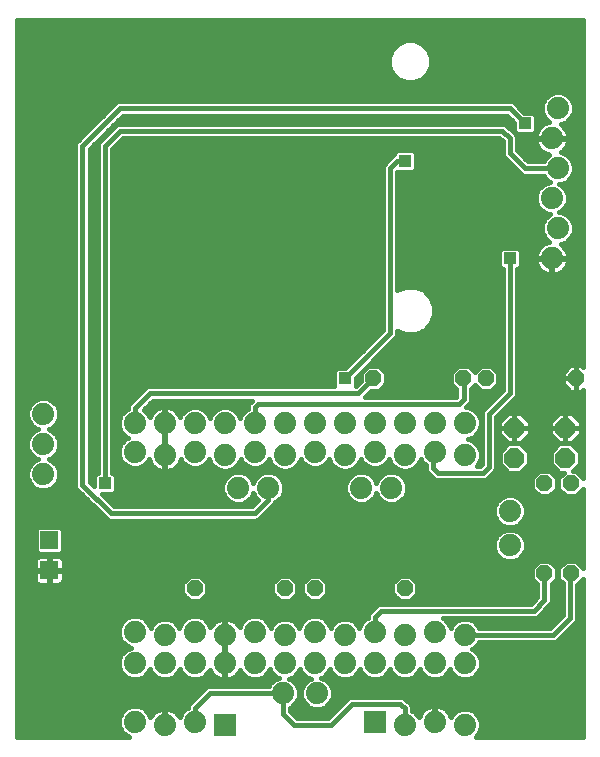
<source format=gbl>
G75*
%MOIN*%
%OFA0B0*%
%FSLAX25Y25*%
%IPPOS*%
%LPD*%
%AMOC8*
5,1,8,0,0,1.08239X$1,22.5*
%
%ADD10C,0.07400*%
%ADD11R,0.06000X0.06000*%
%ADD12OC8,0.06600*%
%ADD13R,0.07400X0.07400*%
%ADD14OC8,0.05200*%
%ADD15R,0.03962X0.03962*%
%ADD16C,0.01600*%
D10*
X0048833Y0015367D03*
X0048833Y0034867D03*
X0048833Y0045367D03*
X0058833Y0044367D03*
X0058833Y0034867D03*
X0068833Y0034867D03*
X0068833Y0045367D03*
X0078833Y0044367D03*
X0078833Y0034867D03*
X0068833Y0015367D03*
X0058833Y0014367D03*
X0088833Y0034867D03*
X0088833Y0045367D03*
X0098833Y0044367D03*
X0098833Y0034867D03*
X0098133Y0024867D03*
X0109533Y0024867D03*
X0108833Y0034867D03*
X0108833Y0045367D03*
X0118833Y0044367D03*
X0118833Y0034867D03*
X0128833Y0034867D03*
X0128833Y0045367D03*
X0138833Y0044367D03*
X0138833Y0034867D03*
X0148833Y0034867D03*
X0148833Y0045367D03*
X0158833Y0044367D03*
X0158833Y0034867D03*
X0148833Y0015367D03*
X0138833Y0014367D03*
X0158833Y0014367D03*
X0173833Y0074167D03*
X0173833Y0085567D03*
X0158833Y0104367D03*
X0158833Y0114867D03*
X0148833Y0114867D03*
X0148833Y0105367D03*
X0138833Y0104367D03*
X0138833Y0114867D03*
X0128833Y0114867D03*
X0128833Y0105367D03*
X0124333Y0093367D03*
X0118833Y0104367D03*
X0118833Y0114867D03*
X0108833Y0114867D03*
X0108833Y0105367D03*
X0098833Y0104367D03*
X0098833Y0114867D03*
X0088833Y0114867D03*
X0088833Y0105367D03*
X0093333Y0093367D03*
X0083333Y0093367D03*
X0078833Y0104367D03*
X0078833Y0114867D03*
X0068833Y0114867D03*
X0068833Y0105367D03*
X0058833Y0104367D03*
X0058833Y0114867D03*
X0048833Y0114867D03*
X0048833Y0105367D03*
X0018333Y0107867D03*
X0018333Y0117867D03*
X0018333Y0097867D03*
X0134333Y0093367D03*
X0187833Y0169867D03*
X0189833Y0179867D03*
X0187833Y0189867D03*
X0189833Y0199867D03*
X0187833Y0209867D03*
X0189833Y0219867D03*
D11*
X0020333Y0075867D03*
X0020333Y0065867D03*
D12*
X0175333Y0103367D03*
X0175333Y0113367D03*
X0192333Y0113367D03*
X0192333Y0103367D03*
D13*
X0128833Y0015367D03*
X0078833Y0014367D03*
D14*
X0068833Y0059867D03*
X0098833Y0059867D03*
X0108833Y0059867D03*
X0138833Y0059867D03*
X0128333Y0129867D03*
X0158333Y0129867D03*
X0165833Y0129867D03*
X0185333Y0094867D03*
X0194133Y0094867D03*
X0194133Y0064867D03*
X0185333Y0064867D03*
X0195833Y0129867D03*
D15*
X0173833Y0169867D03*
X0158833Y0143367D03*
X0138833Y0202367D03*
X0178833Y0214867D03*
X0118833Y0129867D03*
X0173833Y0059867D03*
X0063833Y0234867D03*
X0038833Y0094867D03*
D16*
X0009433Y0010467D02*
X0009433Y0249267D01*
X0198233Y0249267D01*
X0198233Y0133689D01*
X0197656Y0134267D01*
X0195833Y0134267D01*
X0194011Y0134267D01*
X0191433Y0131689D01*
X0191433Y0129867D01*
X0195833Y0129867D01*
X0195833Y0134267D01*
X0195833Y0129867D01*
X0195833Y0129867D01*
X0195833Y0129867D01*
X0191433Y0129867D01*
X0191433Y0128044D01*
X0194011Y0125467D01*
X0195833Y0125467D01*
X0195833Y0129867D01*
X0195833Y0129867D01*
X0195833Y0125467D01*
X0197656Y0125467D01*
X0198233Y0126044D01*
X0198233Y0096706D01*
X0195873Y0099067D01*
X0194963Y0099067D01*
X0197233Y0101337D01*
X0197233Y0105396D01*
X0194363Y0108267D01*
X0190304Y0108267D01*
X0187433Y0105396D01*
X0187433Y0101337D01*
X0190304Y0098467D01*
X0191794Y0098467D01*
X0189933Y0096606D01*
X0189933Y0093127D01*
X0192394Y0090667D01*
X0195873Y0090667D01*
X0198233Y0093027D01*
X0198233Y0066706D01*
X0195873Y0069067D01*
X0192394Y0069067D01*
X0189933Y0066606D01*
X0189933Y0063127D01*
X0191433Y0061627D01*
X0191433Y0050861D01*
X0187339Y0046767D01*
X0163576Y0046767D01*
X0163326Y0047369D01*
X0161836Y0048860D01*
X0159888Y0049667D01*
X0157779Y0049667D01*
X0155831Y0048860D01*
X0154340Y0047369D01*
X0154040Y0046645D01*
X0153326Y0048369D01*
X0151836Y0049860D01*
X0151577Y0049967D01*
X0182311Y0049967D01*
X0183193Y0050332D01*
X0183868Y0051007D01*
X0183868Y0051007D01*
X0187368Y0054507D01*
X0187733Y0055389D01*
X0187733Y0061327D01*
X0189533Y0063127D01*
X0189533Y0066606D01*
X0187073Y0069067D01*
X0183594Y0069067D01*
X0181133Y0066606D01*
X0181133Y0063127D01*
X0182933Y0061327D01*
X0182933Y0056861D01*
X0180839Y0054767D01*
X0130356Y0054767D01*
X0129474Y0054401D01*
X0127474Y0052401D01*
X0126799Y0051726D01*
X0126433Y0050844D01*
X0126433Y0050109D01*
X0125831Y0049860D01*
X0124340Y0048369D01*
X0123626Y0046645D01*
X0123326Y0047369D01*
X0121836Y0048860D01*
X0119888Y0049667D01*
X0117779Y0049667D01*
X0115831Y0048860D01*
X0114340Y0047369D01*
X0114040Y0046645D01*
X0113326Y0048369D01*
X0111836Y0049860D01*
X0109888Y0050667D01*
X0107779Y0050667D01*
X0105831Y0049860D01*
X0104340Y0048369D01*
X0103626Y0046645D01*
X0103326Y0047369D01*
X0101836Y0048860D01*
X0099888Y0049667D01*
X0097779Y0049667D01*
X0095831Y0048860D01*
X0094340Y0047369D01*
X0094040Y0046645D01*
X0093326Y0048369D01*
X0091836Y0049860D01*
X0089888Y0050667D01*
X0087779Y0050667D01*
X0085831Y0049860D01*
X0084340Y0048369D01*
X0083724Y0046882D01*
X0083537Y0047249D01*
X0083028Y0047950D01*
X0082416Y0048562D01*
X0081716Y0049071D01*
X0080945Y0049464D01*
X0080121Y0049731D01*
X0079266Y0049867D01*
X0079033Y0049867D01*
X0079033Y0044567D01*
X0078633Y0044567D01*
X0078633Y0049867D01*
X0078400Y0049867D01*
X0077545Y0049731D01*
X0076722Y0049464D01*
X0075951Y0049071D01*
X0075250Y0048562D01*
X0074638Y0047950D01*
X0074129Y0047249D01*
X0073942Y0046882D01*
X0073326Y0048369D01*
X0071836Y0049860D01*
X0069888Y0050667D01*
X0067779Y0050667D01*
X0065831Y0049860D01*
X0064340Y0048369D01*
X0063626Y0046645D01*
X0063326Y0047369D01*
X0061836Y0048860D01*
X0059888Y0049667D01*
X0057779Y0049667D01*
X0055831Y0048860D01*
X0054340Y0047369D01*
X0054040Y0046645D01*
X0053326Y0048369D01*
X0051836Y0049860D01*
X0049888Y0050667D01*
X0047779Y0050667D01*
X0045831Y0049860D01*
X0044340Y0048369D01*
X0043533Y0046421D01*
X0043533Y0044312D01*
X0044340Y0042364D01*
X0045831Y0040874D01*
X0047658Y0040117D01*
X0045831Y0039360D01*
X0044340Y0037869D01*
X0043533Y0035921D01*
X0043533Y0033812D01*
X0044340Y0031864D01*
X0045831Y0030374D01*
X0047779Y0029567D01*
X0049888Y0029567D01*
X0051836Y0030374D01*
X0053326Y0031864D01*
X0053833Y0033088D01*
X0054340Y0031864D01*
X0055831Y0030374D01*
X0057779Y0029567D01*
X0059888Y0029567D01*
X0061836Y0030374D01*
X0063326Y0031864D01*
X0063833Y0033088D01*
X0064340Y0031864D01*
X0065831Y0030374D01*
X0067779Y0029567D01*
X0069888Y0029567D01*
X0071836Y0030374D01*
X0073326Y0031864D01*
X0073718Y0032811D01*
X0073736Y0032755D01*
X0074129Y0031984D01*
X0074638Y0031284D01*
X0075250Y0030671D01*
X0075951Y0030163D01*
X0076722Y0029770D01*
X0077545Y0029502D01*
X0078400Y0029367D01*
X0078633Y0029367D01*
X0078633Y0034667D01*
X0079033Y0034667D01*
X0079033Y0029367D01*
X0079266Y0029367D01*
X0080121Y0029502D01*
X0080945Y0029770D01*
X0081716Y0030163D01*
X0082416Y0030671D01*
X0083028Y0031284D01*
X0083537Y0031984D01*
X0083930Y0032755D01*
X0083948Y0032811D01*
X0084340Y0031864D01*
X0085831Y0030374D01*
X0087779Y0029567D01*
X0089888Y0029567D01*
X0091836Y0030374D01*
X0093326Y0031864D01*
X0093833Y0033088D01*
X0094340Y0031864D01*
X0095831Y0030374D01*
X0096705Y0030012D01*
X0095131Y0029360D01*
X0093640Y0027869D01*
X0093391Y0027267D01*
X0073356Y0027267D01*
X0072474Y0026901D01*
X0071799Y0026226D01*
X0066799Y0021226D01*
X0066433Y0020344D01*
X0066433Y0020109D01*
X0065831Y0019860D01*
X0064340Y0018369D01*
X0063724Y0016882D01*
X0063537Y0017249D01*
X0063028Y0017950D01*
X0062416Y0018562D01*
X0061716Y0019071D01*
X0060945Y0019464D01*
X0060121Y0019731D01*
X0059266Y0019867D01*
X0059033Y0019867D01*
X0059033Y0014567D01*
X0058633Y0014567D01*
X0058633Y0019867D01*
X0058400Y0019867D01*
X0057545Y0019731D01*
X0056722Y0019464D01*
X0055951Y0019071D01*
X0055250Y0018562D01*
X0054638Y0017950D01*
X0054129Y0017249D01*
X0053942Y0016882D01*
X0053326Y0018369D01*
X0051836Y0019860D01*
X0049888Y0020667D01*
X0047779Y0020667D01*
X0045831Y0019860D01*
X0044340Y0018369D01*
X0043533Y0016421D01*
X0043533Y0014312D01*
X0044340Y0012364D01*
X0045831Y0010874D01*
X0046813Y0010467D01*
X0009433Y0010467D01*
X0009433Y0011261D02*
X0045444Y0011261D01*
X0044135Y0012859D02*
X0009433Y0012859D01*
X0009433Y0014458D02*
X0043533Y0014458D01*
X0043533Y0016056D02*
X0009433Y0016056D01*
X0009433Y0017655D02*
X0044044Y0017655D01*
X0045225Y0019253D02*
X0009433Y0019253D01*
X0009433Y0020852D02*
X0066644Y0020852D01*
X0068023Y0022450D02*
X0009433Y0022450D01*
X0009433Y0024049D02*
X0069621Y0024049D01*
X0071220Y0025647D02*
X0009433Y0025647D01*
X0009433Y0027246D02*
X0073306Y0027246D01*
X0073833Y0024867D02*
X0098133Y0024867D01*
X0098133Y0018067D01*
X0101833Y0014367D01*
X0114333Y0014367D01*
X0121333Y0021367D01*
X0137333Y0021367D01*
X0138833Y0019867D01*
X0138833Y0014367D01*
X0141233Y0019109D02*
X0141233Y0020344D01*
X0140868Y0021226D01*
X0140193Y0021901D01*
X0138693Y0023401D01*
X0137811Y0023767D01*
X0120856Y0023767D01*
X0119974Y0023401D01*
X0119299Y0022726D01*
X0113339Y0016767D01*
X0102827Y0016767D01*
X0100533Y0019061D01*
X0100533Y0020124D01*
X0101136Y0020374D01*
X0102626Y0021864D01*
X0103433Y0023812D01*
X0103433Y0025921D01*
X0102626Y0027869D01*
X0101136Y0029360D01*
X0100262Y0029722D01*
X0101836Y0030374D01*
X0103326Y0031864D01*
X0103833Y0033088D01*
X0104340Y0031864D01*
X0105831Y0030374D01*
X0107405Y0029722D01*
X0106531Y0029360D01*
X0105040Y0027869D01*
X0104233Y0025921D01*
X0104233Y0023812D01*
X0105040Y0021864D01*
X0106531Y0020374D01*
X0108479Y0019567D01*
X0110588Y0019567D01*
X0112536Y0020374D01*
X0114026Y0021864D01*
X0114833Y0023812D01*
X0114833Y0025921D01*
X0114026Y0027869D01*
X0112536Y0029360D01*
X0110962Y0030012D01*
X0111836Y0030374D01*
X0113326Y0031864D01*
X0113833Y0033088D01*
X0114340Y0031864D01*
X0115831Y0030374D01*
X0117779Y0029567D01*
X0119888Y0029567D01*
X0121836Y0030374D01*
X0123326Y0031864D01*
X0123833Y0033088D01*
X0124340Y0031864D01*
X0125831Y0030374D01*
X0127779Y0029567D01*
X0129888Y0029567D01*
X0131836Y0030374D01*
X0133326Y0031864D01*
X0133833Y0033088D01*
X0134340Y0031864D01*
X0135831Y0030374D01*
X0137779Y0029567D01*
X0139888Y0029567D01*
X0141836Y0030374D01*
X0143326Y0031864D01*
X0143833Y0033088D01*
X0144340Y0031864D01*
X0145831Y0030374D01*
X0147779Y0029567D01*
X0149888Y0029567D01*
X0151836Y0030374D01*
X0153326Y0031864D01*
X0153833Y0033088D01*
X0154340Y0031864D01*
X0155831Y0030374D01*
X0157779Y0029567D01*
X0159888Y0029567D01*
X0161836Y0030374D01*
X0163326Y0031864D01*
X0164133Y0033812D01*
X0164133Y0035921D01*
X0163326Y0037869D01*
X0161836Y0039360D01*
X0161215Y0039617D01*
X0161836Y0039874D01*
X0163326Y0041364D01*
X0163576Y0041967D01*
X0188811Y0041967D01*
X0189693Y0042332D01*
X0195193Y0047832D01*
X0195868Y0048507D01*
X0196233Y0049389D01*
X0196233Y0061027D01*
X0198233Y0063027D01*
X0198233Y0010467D01*
X0162429Y0010467D01*
X0163326Y0011364D01*
X0164133Y0013312D01*
X0164133Y0015421D01*
X0163326Y0017369D01*
X0161836Y0018860D01*
X0159888Y0019667D01*
X0157779Y0019667D01*
X0155831Y0018860D01*
X0154340Y0017369D01*
X0154130Y0016862D01*
X0153930Y0017478D01*
X0153537Y0018249D01*
X0153028Y0018950D01*
X0152416Y0019562D01*
X0151716Y0020071D01*
X0150945Y0020464D01*
X0150121Y0020731D01*
X0149266Y0020867D01*
X0149033Y0020867D01*
X0149033Y0015567D01*
X0148633Y0015567D01*
X0148633Y0020867D01*
X0148400Y0020867D01*
X0147545Y0020731D01*
X0146722Y0020464D01*
X0145951Y0020071D01*
X0145250Y0019562D01*
X0144638Y0018950D01*
X0144129Y0018249D01*
X0143736Y0017478D01*
X0143536Y0016862D01*
X0143326Y0017369D01*
X0141836Y0018860D01*
X0141233Y0019109D01*
X0141233Y0019253D02*
X0144942Y0019253D01*
X0143826Y0017655D02*
X0143041Y0017655D01*
X0141023Y0020852D02*
X0148307Y0020852D01*
X0148633Y0020852D02*
X0149033Y0020852D01*
X0149360Y0020852D02*
X0198233Y0020852D01*
X0198233Y0022450D02*
X0139644Y0022450D01*
X0141905Y0030443D02*
X0145762Y0030443D01*
X0144267Y0032041D02*
X0143400Y0032041D01*
X0135762Y0030443D02*
X0131905Y0030443D01*
X0133400Y0032041D02*
X0134267Y0032041D01*
X0125762Y0030443D02*
X0121905Y0030443D01*
X0123400Y0032041D02*
X0124267Y0032041D01*
X0119023Y0022450D02*
X0114269Y0022450D01*
X0114833Y0024049D02*
X0198233Y0024049D01*
X0198233Y0025647D02*
X0114833Y0025647D01*
X0114285Y0027246D02*
X0198233Y0027246D01*
X0198233Y0028844D02*
X0113051Y0028844D01*
X0111905Y0030443D02*
X0115762Y0030443D01*
X0114267Y0032041D02*
X0113400Y0032041D01*
X0113014Y0020852D02*
X0117424Y0020852D01*
X0115826Y0019253D02*
X0100533Y0019253D01*
X0101614Y0020852D02*
X0106053Y0020852D01*
X0104798Y0022450D02*
X0102869Y0022450D01*
X0103433Y0024049D02*
X0104233Y0024049D01*
X0104233Y0025647D02*
X0103433Y0025647D01*
X0102885Y0027246D02*
X0104782Y0027246D01*
X0106016Y0028844D02*
X0101651Y0028844D01*
X0101905Y0030443D02*
X0105762Y0030443D01*
X0104267Y0032041D02*
X0103400Y0032041D01*
X0095762Y0030443D02*
X0091905Y0030443D01*
X0093400Y0032041D02*
X0094267Y0032041D01*
X0094616Y0028844D02*
X0009433Y0028844D01*
X0009433Y0030443D02*
X0045762Y0030443D01*
X0044267Y0032041D02*
X0009433Y0032041D01*
X0009433Y0033640D02*
X0043605Y0033640D01*
X0043533Y0035238D02*
X0009433Y0035238D01*
X0009433Y0036837D02*
X0043913Y0036837D01*
X0044907Y0038435D02*
X0009433Y0038435D01*
X0009433Y0040034D02*
X0047459Y0040034D01*
X0045072Y0041632D02*
X0009433Y0041632D01*
X0009433Y0043231D02*
X0043981Y0043231D01*
X0043533Y0044829D02*
X0009433Y0044829D01*
X0009433Y0046428D02*
X0043536Y0046428D01*
X0044198Y0048026D02*
X0009433Y0048026D01*
X0009433Y0049625D02*
X0045596Y0049625D01*
X0052070Y0049625D02*
X0057678Y0049625D01*
X0059988Y0049625D02*
X0065596Y0049625D01*
X0064198Y0048026D02*
X0062669Y0048026D01*
X0067094Y0055667D02*
X0070573Y0055667D01*
X0073033Y0058127D01*
X0073033Y0061606D01*
X0070573Y0064067D01*
X0067094Y0064067D01*
X0064633Y0061606D01*
X0064633Y0058127D01*
X0067094Y0055667D01*
X0066741Y0056019D02*
X0009433Y0056019D01*
X0009433Y0054421D02*
X0129520Y0054421D01*
X0127895Y0052822D02*
X0009433Y0052822D01*
X0009433Y0051223D02*
X0126591Y0051223D01*
X0125596Y0049625D02*
X0119988Y0049625D01*
X0117678Y0049625D02*
X0112070Y0049625D01*
X0113468Y0048026D02*
X0114998Y0048026D01*
X0110573Y0055667D02*
X0113033Y0058127D01*
X0113033Y0061606D01*
X0110573Y0064067D01*
X0107094Y0064067D01*
X0104633Y0061606D01*
X0104633Y0058127D01*
X0107094Y0055667D01*
X0110573Y0055667D01*
X0110925Y0056019D02*
X0136741Y0056019D01*
X0137094Y0055667D02*
X0134633Y0058127D01*
X0134633Y0061606D01*
X0137094Y0064067D01*
X0140573Y0064067D01*
X0143033Y0061606D01*
X0143033Y0058127D01*
X0140573Y0055667D01*
X0137094Y0055667D01*
X0135143Y0057618D02*
X0112524Y0057618D01*
X0113033Y0059216D02*
X0134633Y0059216D01*
X0134633Y0060815D02*
X0113033Y0060815D01*
X0112227Y0062413D02*
X0135440Y0062413D01*
X0137039Y0064012D02*
X0110628Y0064012D01*
X0107039Y0064012D02*
X0100628Y0064012D01*
X0100573Y0064067D02*
X0097094Y0064067D01*
X0094633Y0061606D01*
X0094633Y0058127D01*
X0097094Y0055667D01*
X0100573Y0055667D01*
X0103033Y0058127D01*
X0103033Y0061606D01*
X0100573Y0064067D01*
X0102227Y0062413D02*
X0105440Y0062413D01*
X0104633Y0060815D02*
X0103033Y0060815D01*
X0103033Y0059216D02*
X0104633Y0059216D01*
X0105143Y0057618D02*
X0102524Y0057618D01*
X0100925Y0056019D02*
X0106741Y0056019D01*
X0105596Y0049625D02*
X0099988Y0049625D01*
X0097678Y0049625D02*
X0092070Y0049625D01*
X0093468Y0048026D02*
X0094998Y0048026D01*
X0102669Y0048026D02*
X0104198Y0048026D01*
X0096741Y0056019D02*
X0070925Y0056019D01*
X0072524Y0057618D02*
X0095143Y0057618D01*
X0094633Y0059216D02*
X0073033Y0059216D01*
X0073033Y0060815D02*
X0094633Y0060815D01*
X0095440Y0062413D02*
X0072227Y0062413D01*
X0070628Y0064012D02*
X0097039Y0064012D01*
X0085596Y0049625D02*
X0080448Y0049625D01*
X0079033Y0049625D02*
X0078633Y0049625D01*
X0077218Y0049625D02*
X0072070Y0049625D01*
X0073468Y0048026D02*
X0074715Y0048026D01*
X0078633Y0048026D02*
X0079033Y0048026D01*
X0079033Y0046428D02*
X0078633Y0046428D01*
X0078633Y0044829D02*
X0079033Y0044829D01*
X0079033Y0044167D02*
X0079033Y0035067D01*
X0078633Y0035067D01*
X0078633Y0040367D01*
X0078633Y0044167D01*
X0079033Y0044167D01*
X0079033Y0043231D02*
X0078633Y0043231D01*
X0078633Y0041632D02*
X0079033Y0041632D01*
X0079033Y0040034D02*
X0078633Y0040034D01*
X0078633Y0038435D02*
X0079033Y0038435D01*
X0079033Y0036837D02*
X0078633Y0036837D01*
X0078633Y0035238D02*
X0079033Y0035238D01*
X0079033Y0033640D02*
X0078633Y0033640D01*
X0078633Y0032041D02*
X0079033Y0032041D01*
X0079033Y0030443D02*
X0078633Y0030443D01*
X0075565Y0030443D02*
X0071905Y0030443D01*
X0073400Y0032041D02*
X0074100Y0032041D01*
X0073833Y0024867D02*
X0068833Y0019867D01*
X0068833Y0015367D01*
X0065225Y0019253D02*
X0061358Y0019253D01*
X0059033Y0019253D02*
X0058633Y0019253D01*
X0058633Y0017655D02*
X0059033Y0017655D01*
X0059033Y0016056D02*
X0058633Y0016056D01*
X0056309Y0019253D02*
X0052442Y0019253D01*
X0053622Y0017655D02*
X0054424Y0017655D01*
X0063243Y0017655D02*
X0064044Y0017655D01*
X0065762Y0030443D02*
X0061905Y0030443D01*
X0063400Y0032041D02*
X0064267Y0032041D01*
X0055762Y0030443D02*
X0051905Y0030443D01*
X0053400Y0032041D02*
X0054267Y0032041D01*
X0054998Y0048026D02*
X0053468Y0048026D01*
X0065143Y0057618D02*
X0009433Y0057618D01*
X0009433Y0059216D02*
X0064633Y0059216D01*
X0064633Y0060815D02*
X0009433Y0060815D01*
X0009433Y0062413D02*
X0015591Y0062413D01*
X0015533Y0062630D02*
X0015656Y0062172D01*
X0015893Y0061761D01*
X0016228Y0061426D01*
X0016639Y0061189D01*
X0017096Y0061067D01*
X0020133Y0061067D01*
X0020133Y0065667D01*
X0015533Y0065667D01*
X0015533Y0062630D01*
X0015533Y0064012D02*
X0009433Y0064012D01*
X0009433Y0065610D02*
X0015533Y0065610D01*
X0015533Y0066067D02*
X0020133Y0066067D01*
X0020133Y0070667D01*
X0017096Y0070667D01*
X0016639Y0070544D01*
X0016228Y0070307D01*
X0015893Y0069972D01*
X0015656Y0069561D01*
X0015533Y0069104D01*
X0015533Y0066067D01*
X0015533Y0067209D02*
X0009433Y0067209D01*
X0009433Y0068807D02*
X0015533Y0068807D01*
X0016399Y0070406D02*
X0009433Y0070406D01*
X0009433Y0072004D02*
X0015933Y0072004D01*
X0015733Y0072204D02*
X0016671Y0071267D01*
X0023996Y0071267D01*
X0024933Y0072204D01*
X0024933Y0079529D01*
X0023996Y0080467D01*
X0016671Y0080467D01*
X0015733Y0079529D01*
X0015733Y0072204D01*
X0015733Y0073603D02*
X0009433Y0073603D01*
X0009433Y0075201D02*
X0015733Y0075201D01*
X0015733Y0076800D02*
X0009433Y0076800D01*
X0009433Y0078398D02*
X0015733Y0078398D01*
X0016201Y0079997D02*
X0009433Y0079997D01*
X0009433Y0081595D02*
X0170309Y0081595D01*
X0170831Y0081074D02*
X0172779Y0080267D01*
X0174888Y0080267D01*
X0176836Y0081074D01*
X0178326Y0082564D01*
X0179133Y0084512D01*
X0179133Y0086621D01*
X0178326Y0088569D01*
X0176836Y0090060D01*
X0174888Y0090867D01*
X0172779Y0090867D01*
X0170831Y0090060D01*
X0169340Y0088569D01*
X0168533Y0086621D01*
X0168533Y0084512D01*
X0169340Y0082564D01*
X0170831Y0081074D01*
X0170831Y0078660D02*
X0169340Y0077169D01*
X0168533Y0075221D01*
X0168533Y0073112D01*
X0169340Y0071164D01*
X0170831Y0069674D01*
X0172779Y0068867D01*
X0174888Y0068867D01*
X0176836Y0069674D01*
X0178326Y0071164D01*
X0179133Y0073112D01*
X0179133Y0075221D01*
X0178326Y0077169D01*
X0176836Y0078660D01*
X0174888Y0079467D01*
X0172779Y0079467D01*
X0170831Y0078660D01*
X0170570Y0078398D02*
X0024933Y0078398D01*
X0024933Y0076800D02*
X0169187Y0076800D01*
X0168533Y0075201D02*
X0024933Y0075201D01*
X0024933Y0073603D02*
X0168533Y0073603D01*
X0168992Y0072004D02*
X0024734Y0072004D01*
X0024028Y0070544D02*
X0023570Y0070667D01*
X0020533Y0070667D01*
X0020533Y0066067D01*
X0020133Y0066067D01*
X0020133Y0065667D01*
X0020533Y0065667D01*
X0020533Y0061067D01*
X0023570Y0061067D01*
X0024028Y0061189D01*
X0024439Y0061426D01*
X0024774Y0061761D01*
X0025011Y0062172D01*
X0025133Y0062630D01*
X0025133Y0065667D01*
X0020533Y0065667D01*
X0020533Y0066067D01*
X0025133Y0066067D01*
X0025133Y0069104D01*
X0025011Y0069561D01*
X0024774Y0069972D01*
X0024439Y0070307D01*
X0024028Y0070544D01*
X0024268Y0070406D02*
X0170099Y0070406D01*
X0177097Y0078398D02*
X0198233Y0078398D01*
X0198233Y0076800D02*
X0178479Y0076800D01*
X0179133Y0075201D02*
X0198233Y0075201D01*
X0198233Y0073603D02*
X0179133Y0073603D01*
X0178674Y0072004D02*
X0198233Y0072004D01*
X0198233Y0070406D02*
X0177568Y0070406D01*
X0181736Y0067209D02*
X0025133Y0067209D01*
X0025133Y0068807D02*
X0183334Y0068807D01*
X0181133Y0065610D02*
X0025133Y0065610D01*
X0025133Y0064012D02*
X0067039Y0064012D01*
X0065440Y0062413D02*
X0025075Y0062413D01*
X0020533Y0062413D02*
X0020133Y0062413D01*
X0020133Y0064012D02*
X0020533Y0064012D01*
X0020533Y0065610D02*
X0020133Y0065610D01*
X0020133Y0067209D02*
X0020533Y0067209D01*
X0020533Y0068807D02*
X0020133Y0068807D01*
X0020133Y0070406D02*
X0020533Y0070406D01*
X0024466Y0079997D02*
X0198233Y0079997D01*
X0198233Y0081595D02*
X0177357Y0081595D01*
X0178587Y0083194D02*
X0198233Y0083194D01*
X0198233Y0084792D02*
X0179133Y0084792D01*
X0179133Y0086391D02*
X0198233Y0086391D01*
X0198233Y0087989D02*
X0178567Y0087989D01*
X0177308Y0089588D02*
X0198233Y0089588D01*
X0198233Y0091186D02*
X0196393Y0091186D01*
X0197991Y0092785D02*
X0198233Y0092785D01*
X0198233Y0097580D02*
X0197359Y0097580D01*
X0198233Y0099179D02*
X0195075Y0099179D01*
X0196674Y0100777D02*
X0198233Y0100777D01*
X0198233Y0102376D02*
X0197233Y0102376D01*
X0197233Y0103974D02*
X0198233Y0103974D01*
X0198233Y0105573D02*
X0197057Y0105573D01*
X0198233Y0107171D02*
X0195458Y0107171D01*
X0194446Y0108267D02*
X0197433Y0111254D01*
X0197433Y0113367D01*
X0197433Y0115479D01*
X0194446Y0118467D01*
X0192333Y0118467D01*
X0190221Y0118467D01*
X0187233Y0115479D01*
X0187233Y0113367D01*
X0192333Y0113367D01*
X0192333Y0118467D01*
X0192333Y0113367D01*
X0192333Y0113367D01*
X0192333Y0113367D01*
X0187233Y0113367D01*
X0187233Y0111254D01*
X0190221Y0108267D01*
X0192333Y0108267D01*
X0192333Y0113367D01*
X0197433Y0113367D01*
X0192333Y0113367D01*
X0192333Y0113367D01*
X0192333Y0113367D01*
X0192333Y0108267D01*
X0194446Y0108267D01*
X0194949Y0108770D02*
X0198233Y0108770D01*
X0198233Y0110368D02*
X0196548Y0110368D01*
X0197433Y0111967D02*
X0198233Y0111967D01*
X0198233Y0113565D02*
X0197433Y0113565D01*
X0197433Y0115164D02*
X0198233Y0115164D01*
X0198233Y0116762D02*
X0196150Y0116762D01*
X0194551Y0118361D02*
X0198233Y0118361D01*
X0198233Y0119959D02*
X0172320Y0119959D01*
X0173221Y0118467D02*
X0170233Y0115479D01*
X0170233Y0113367D01*
X0175333Y0113367D01*
X0175333Y0118467D01*
X0173221Y0118467D01*
X0173115Y0118361D02*
X0170722Y0118361D01*
X0171517Y0116762D02*
X0169233Y0116762D01*
X0169233Y0116873D02*
X0175868Y0123507D01*
X0176233Y0124389D01*
X0176233Y0166286D01*
X0176477Y0166286D01*
X0177414Y0167223D01*
X0177414Y0172510D01*
X0176477Y0173448D01*
X0171189Y0173448D01*
X0170252Y0172510D01*
X0170252Y0167223D01*
X0171189Y0166286D01*
X0171433Y0166286D01*
X0171433Y0125861D01*
X0165474Y0119901D01*
X0164799Y0119226D01*
X0164433Y0118344D01*
X0164433Y0101361D01*
X0163839Y0100767D01*
X0162729Y0100767D01*
X0163326Y0101364D01*
X0164133Y0103312D01*
X0164133Y0105421D01*
X0163326Y0107369D01*
X0161836Y0108860D01*
X0160008Y0109617D01*
X0161836Y0110374D01*
X0163326Y0111864D01*
X0164133Y0113812D01*
X0164133Y0115921D01*
X0163326Y0117869D01*
X0161836Y0119360D01*
X0159888Y0120167D01*
X0159127Y0120167D01*
X0159793Y0120832D01*
X0160468Y0121507D01*
X0160833Y0122389D01*
X0160833Y0126427D01*
X0162083Y0127677D01*
X0164094Y0125667D01*
X0167573Y0125667D01*
X0170033Y0128127D01*
X0170033Y0131606D01*
X0167573Y0134067D01*
X0164094Y0134067D01*
X0162083Y0132056D01*
X0160073Y0134067D01*
X0156594Y0134067D01*
X0154133Y0131606D01*
X0154133Y0128127D01*
X0156033Y0126227D01*
X0156033Y0123861D01*
X0155939Y0123767D01*
X0125627Y0123767D01*
X0127527Y0125667D01*
X0130073Y0125667D01*
X0132533Y0128127D01*
X0132533Y0131606D01*
X0130073Y0134067D01*
X0126594Y0134067D01*
X0124133Y0131606D01*
X0124133Y0129061D01*
X0122414Y0127342D01*
X0122414Y0130054D01*
X0135868Y0143507D01*
X0136233Y0144389D01*
X0136233Y0145655D01*
X0138984Y0144515D01*
X0142147Y0144515D01*
X0145069Y0145726D01*
X0147305Y0147962D01*
X0148515Y0150884D01*
X0148515Y0154046D01*
X0147305Y0156968D01*
X0145069Y0159204D01*
X0142147Y0160415D01*
X0138984Y0160415D01*
X0136233Y0159275D01*
X0136233Y0198786D01*
X0141477Y0198786D01*
X0142414Y0199723D01*
X0142414Y0205010D01*
X0141477Y0205948D01*
X0136189Y0205948D01*
X0135252Y0205010D01*
X0135252Y0204517D01*
X0134974Y0204401D01*
X0132474Y0201901D01*
X0131799Y0201226D01*
X0131433Y0200344D01*
X0131433Y0145861D01*
X0119020Y0133448D01*
X0116189Y0133448D01*
X0115252Y0132510D01*
X0115252Y0127267D01*
X0053356Y0127267D01*
X0052474Y0126901D01*
X0051799Y0126226D01*
X0046799Y0121226D01*
X0046433Y0120344D01*
X0046433Y0119609D01*
X0045831Y0119360D01*
X0044340Y0117869D01*
X0043533Y0115921D01*
X0043533Y0113812D01*
X0044340Y0111864D01*
X0045831Y0110374D01*
X0046451Y0110117D01*
X0045831Y0109860D01*
X0044340Y0108369D01*
X0043533Y0106421D01*
X0043533Y0104312D01*
X0044340Y0102364D01*
X0045831Y0100874D01*
X0047779Y0100067D01*
X0049888Y0100067D01*
X0051836Y0100874D01*
X0053326Y0102364D01*
X0053536Y0102871D01*
X0053736Y0102255D01*
X0054129Y0101484D01*
X0054638Y0100784D01*
X0055250Y0100171D01*
X0055951Y0099663D01*
X0056722Y0099270D01*
X0057545Y0099002D01*
X0058400Y0098867D01*
X0058633Y0098867D01*
X0058633Y0104167D01*
X0059033Y0104167D01*
X0059033Y0098867D01*
X0059266Y0098867D01*
X0060121Y0099002D01*
X0060945Y0099270D01*
X0061716Y0099663D01*
X0062416Y0100171D01*
X0063028Y0100784D01*
X0063537Y0101484D01*
X0063930Y0102255D01*
X0064130Y0102871D01*
X0064340Y0102364D01*
X0065831Y0100874D01*
X0067779Y0100067D01*
X0069888Y0100067D01*
X0071836Y0100874D01*
X0073326Y0102364D01*
X0073626Y0103088D01*
X0074340Y0101364D01*
X0075831Y0099874D01*
X0077779Y0099067D01*
X0079888Y0099067D01*
X0081836Y0099874D01*
X0083326Y0101364D01*
X0084040Y0103088D01*
X0084340Y0102364D01*
X0085831Y0100874D01*
X0087779Y0100067D01*
X0089888Y0100067D01*
X0091836Y0100874D01*
X0093326Y0102364D01*
X0093626Y0103088D01*
X0094340Y0101364D01*
X0095831Y0099874D01*
X0097779Y0099067D01*
X0099888Y0099067D01*
X0101836Y0099874D01*
X0103326Y0101364D01*
X0104040Y0103088D01*
X0104340Y0102364D01*
X0105831Y0100874D01*
X0107779Y0100067D01*
X0109888Y0100067D01*
X0111836Y0100874D01*
X0113326Y0102364D01*
X0113626Y0103088D01*
X0114340Y0101364D01*
X0115831Y0099874D01*
X0117779Y0099067D01*
X0119888Y0099067D01*
X0121836Y0099874D01*
X0123326Y0101364D01*
X0124040Y0103088D01*
X0124340Y0102364D01*
X0125831Y0100874D01*
X0127779Y0100067D01*
X0129888Y0100067D01*
X0131836Y0100874D01*
X0133326Y0102364D01*
X0133626Y0103088D01*
X0134340Y0101364D01*
X0135831Y0099874D01*
X0137779Y0099067D01*
X0139888Y0099067D01*
X0141836Y0099874D01*
X0143326Y0101364D01*
X0144040Y0103088D01*
X0144340Y0102364D01*
X0145831Y0100874D01*
X0145933Y0100831D01*
X0145933Y0099389D01*
X0146299Y0098507D01*
X0146974Y0097832D01*
X0148474Y0096332D01*
X0149356Y0095967D01*
X0165311Y0095967D01*
X0166193Y0096332D01*
X0166868Y0097007D01*
X0168868Y0099007D01*
X0169233Y0099889D01*
X0169233Y0116873D01*
X0169233Y0115164D02*
X0170233Y0115164D01*
X0170233Y0113565D02*
X0169233Y0113565D01*
X0170233Y0113367D02*
X0170233Y0111254D01*
X0173221Y0108267D01*
X0175333Y0108267D01*
X0175333Y0113367D01*
X0175333Y0113367D01*
X0175333Y0113367D01*
X0175333Y0118467D01*
X0177446Y0118467D01*
X0180433Y0115479D01*
X0180433Y0113367D01*
X0175333Y0113367D01*
X0170233Y0113367D01*
X0170233Y0111967D02*
X0169233Y0111967D01*
X0169233Y0110368D02*
X0171119Y0110368D01*
X0172718Y0108770D02*
X0169233Y0108770D01*
X0169233Y0107171D02*
X0172208Y0107171D01*
X0173304Y0108267D02*
X0170433Y0105396D01*
X0170433Y0101337D01*
X0173304Y0098467D01*
X0177363Y0098467D01*
X0180233Y0101337D01*
X0180233Y0105396D01*
X0177363Y0108267D01*
X0173304Y0108267D01*
X0175333Y0108267D02*
X0175333Y0113367D01*
X0175333Y0113367D01*
X0175333Y0113367D01*
X0180433Y0113367D01*
X0180433Y0111254D01*
X0177446Y0108267D01*
X0175333Y0108267D01*
X0175333Y0108770D02*
X0175333Y0108770D01*
X0175333Y0110368D02*
X0175333Y0110368D01*
X0175333Y0111967D02*
X0175333Y0111967D01*
X0175333Y0113565D02*
X0175333Y0113565D01*
X0175333Y0115164D02*
X0175333Y0115164D01*
X0175333Y0116762D02*
X0175333Y0116762D01*
X0175333Y0118361D02*
X0175333Y0118361D01*
X0177551Y0118361D02*
X0190115Y0118361D01*
X0192333Y0118361D02*
X0192333Y0118361D01*
X0192333Y0116762D02*
X0192333Y0116762D01*
X0192333Y0115164D02*
X0192333Y0115164D01*
X0192333Y0113565D02*
X0192333Y0113565D01*
X0192333Y0111967D02*
X0192333Y0111967D01*
X0192333Y0110368D02*
X0192333Y0110368D01*
X0192333Y0108770D02*
X0192333Y0108770D01*
X0189718Y0108770D02*
X0177949Y0108770D01*
X0178458Y0107171D02*
X0189208Y0107171D01*
X0187610Y0105573D02*
X0180057Y0105573D01*
X0180233Y0103974D02*
X0187433Y0103974D01*
X0187433Y0102376D02*
X0180233Y0102376D01*
X0179674Y0100777D02*
X0187993Y0100777D01*
X0187073Y0099067D02*
X0183594Y0099067D01*
X0181133Y0096606D01*
X0181133Y0093127D01*
X0183594Y0090667D01*
X0187073Y0090667D01*
X0189533Y0093127D01*
X0189533Y0096606D01*
X0187073Y0099067D01*
X0188559Y0097580D02*
X0190907Y0097580D01*
X0189933Y0095982D02*
X0189533Y0095982D01*
X0189533Y0094383D02*
X0189933Y0094383D01*
X0190276Y0092785D02*
X0189191Y0092785D01*
X0187593Y0091186D02*
X0191874Y0091186D01*
X0189592Y0099179D02*
X0178075Y0099179D01*
X0182107Y0097580D02*
X0167441Y0097580D01*
X0168939Y0099179D02*
X0172592Y0099179D01*
X0170993Y0100777D02*
X0169233Y0100777D01*
X0169233Y0102376D02*
X0170433Y0102376D01*
X0170433Y0103974D02*
X0169233Y0103974D01*
X0169233Y0105573D02*
X0170610Y0105573D01*
X0166833Y0100367D02*
X0164833Y0098367D01*
X0149833Y0098367D01*
X0148333Y0099867D01*
X0148333Y0104867D01*
X0148833Y0105367D01*
X0144335Y0102376D02*
X0143745Y0102376D01*
X0142739Y0100777D02*
X0145933Y0100777D01*
X0146020Y0099179D02*
X0140158Y0099179D01*
X0137508Y0099179D02*
X0120158Y0099179D01*
X0121331Y0097860D02*
X0119840Y0096369D01*
X0119033Y0094421D01*
X0119033Y0092312D01*
X0119840Y0090364D01*
X0121331Y0088874D01*
X0123279Y0088067D01*
X0125388Y0088067D01*
X0127336Y0088874D01*
X0128826Y0090364D01*
X0129333Y0091588D01*
X0129840Y0090364D01*
X0131331Y0088874D01*
X0133279Y0088067D01*
X0135388Y0088067D01*
X0137336Y0088874D01*
X0138826Y0090364D01*
X0139633Y0092312D01*
X0139633Y0094421D01*
X0138826Y0096369D01*
X0137336Y0097860D01*
X0135388Y0098667D01*
X0133279Y0098667D01*
X0131331Y0097860D01*
X0129840Y0096369D01*
X0129333Y0095145D01*
X0128826Y0096369D01*
X0127336Y0097860D01*
X0125388Y0098667D01*
X0123279Y0098667D01*
X0121331Y0097860D01*
X0121052Y0097580D02*
X0096615Y0097580D01*
X0096336Y0097860D02*
X0094388Y0098667D01*
X0092279Y0098667D01*
X0090331Y0097860D01*
X0088840Y0096369D01*
X0088333Y0095145D01*
X0087826Y0096369D01*
X0086336Y0097860D01*
X0084388Y0098667D01*
X0082279Y0098667D01*
X0080331Y0097860D01*
X0078840Y0096369D01*
X0078033Y0094421D01*
X0078033Y0092312D01*
X0078840Y0090364D01*
X0080331Y0088874D01*
X0082279Y0088067D01*
X0084388Y0088067D01*
X0086336Y0088874D01*
X0087826Y0090364D01*
X0088333Y0091588D01*
X0088840Y0090364D01*
X0089889Y0089316D01*
X0087839Y0087267D01*
X0041827Y0087267D01*
X0037809Y0091286D01*
X0041477Y0091286D01*
X0042414Y0092223D01*
X0042414Y0097510D01*
X0041477Y0098448D01*
X0041233Y0098448D01*
X0041233Y0206373D01*
X0044827Y0209967D01*
X0170339Y0209967D01*
X0171433Y0208873D01*
X0171433Y0204389D01*
X0171799Y0203507D01*
X0176799Y0198507D01*
X0177474Y0197832D01*
X0178356Y0197467D01*
X0185091Y0197467D01*
X0185340Y0196864D01*
X0186831Y0195374D01*
X0187331Y0195167D01*
X0186779Y0195167D01*
X0184831Y0194360D01*
X0183340Y0192869D01*
X0182533Y0190921D01*
X0182533Y0188812D01*
X0183340Y0186864D01*
X0184831Y0185374D01*
X0186779Y0184567D01*
X0187331Y0184567D01*
X0186831Y0184360D01*
X0185340Y0182869D01*
X0184533Y0180921D01*
X0184533Y0178812D01*
X0185340Y0176864D01*
X0186831Y0175374D01*
X0187001Y0175303D01*
X0186545Y0175231D01*
X0185722Y0174964D01*
X0184951Y0174571D01*
X0184250Y0174062D01*
X0183638Y0173450D01*
X0183129Y0172749D01*
X0182736Y0171978D01*
X0182469Y0171155D01*
X0182333Y0170300D01*
X0182333Y0170067D01*
X0187633Y0170067D01*
X0187633Y0169667D01*
X0182333Y0169667D01*
X0182333Y0169434D01*
X0182469Y0168579D01*
X0182736Y0167755D01*
X0183129Y0166984D01*
X0183638Y0166284D01*
X0184250Y0165671D01*
X0184951Y0165163D01*
X0185722Y0164770D01*
X0186545Y0164502D01*
X0187400Y0164367D01*
X0187633Y0164367D01*
X0187633Y0169667D01*
X0188033Y0169667D01*
X0188033Y0170067D01*
X0193333Y0170067D01*
X0193333Y0170300D01*
X0193198Y0171155D01*
X0192930Y0171978D01*
X0192537Y0172749D01*
X0192028Y0173450D01*
X0191416Y0174062D01*
X0190721Y0174567D01*
X0190888Y0174567D01*
X0192836Y0175374D01*
X0194326Y0176864D01*
X0195133Y0178812D01*
X0195133Y0180921D01*
X0194326Y0182869D01*
X0192836Y0184360D01*
X0190888Y0185167D01*
X0190336Y0185167D01*
X0190836Y0185374D01*
X0192326Y0186864D01*
X0193133Y0188812D01*
X0193133Y0190921D01*
X0192326Y0192869D01*
X0190836Y0194360D01*
X0190336Y0194567D01*
X0190888Y0194567D01*
X0192836Y0195374D01*
X0194326Y0196864D01*
X0195133Y0198812D01*
X0195133Y0200921D01*
X0194326Y0202869D01*
X0192836Y0204360D01*
X0190888Y0205167D01*
X0190721Y0205167D01*
X0191416Y0205671D01*
X0192028Y0206284D01*
X0192537Y0206984D01*
X0192930Y0207755D01*
X0193198Y0208579D01*
X0193333Y0209434D01*
X0193333Y0209667D01*
X0188033Y0209667D01*
X0188033Y0210067D01*
X0193333Y0210067D01*
X0193333Y0210300D01*
X0193198Y0211155D01*
X0192930Y0211978D01*
X0192537Y0212749D01*
X0192028Y0213450D01*
X0191416Y0214062D01*
X0190721Y0214567D01*
X0190888Y0214567D01*
X0192836Y0215374D01*
X0194326Y0216864D01*
X0195133Y0218812D01*
X0195133Y0220921D01*
X0194326Y0222869D01*
X0192836Y0224360D01*
X0190888Y0225167D01*
X0188779Y0225167D01*
X0186831Y0224360D01*
X0185340Y0222869D01*
X0184533Y0220921D01*
X0184533Y0218812D01*
X0185340Y0216864D01*
X0186831Y0215374D01*
X0187001Y0215303D01*
X0186545Y0215231D01*
X0185722Y0214964D01*
X0184951Y0214571D01*
X0184250Y0214062D01*
X0183638Y0213450D01*
X0183129Y0212749D01*
X0182736Y0211978D01*
X0182469Y0211155D01*
X0182333Y0210300D01*
X0182333Y0210067D01*
X0187633Y0210067D01*
X0187633Y0209667D01*
X0182333Y0209667D01*
X0182333Y0209434D01*
X0182469Y0208579D01*
X0182736Y0207755D01*
X0183129Y0206984D01*
X0183638Y0206284D01*
X0184250Y0205671D01*
X0184951Y0205163D01*
X0185722Y0204770D01*
X0186545Y0204502D01*
X0187001Y0204430D01*
X0186831Y0204360D01*
X0185340Y0202869D01*
X0185091Y0202267D01*
X0179827Y0202267D01*
X0176233Y0205861D01*
X0176233Y0210344D01*
X0175868Y0211226D01*
X0175193Y0211901D01*
X0172693Y0214401D01*
X0171811Y0214767D01*
X0043356Y0214767D01*
X0042474Y0214401D01*
X0041799Y0213726D01*
X0036799Y0208726D01*
X0036433Y0207844D01*
X0036433Y0098448D01*
X0036189Y0098448D01*
X0035252Y0097510D01*
X0035252Y0093842D01*
X0033733Y0095361D01*
X0033733Y0206373D01*
X0044827Y0217467D01*
X0172839Y0217467D01*
X0175252Y0215054D01*
X0175252Y0212223D01*
X0176189Y0211286D01*
X0181477Y0211286D01*
X0182414Y0212223D01*
X0182414Y0217510D01*
X0181477Y0218448D01*
X0178646Y0218448D01*
X0175193Y0221901D01*
X0174311Y0222267D01*
X0043356Y0222267D01*
X0042474Y0221901D01*
X0041799Y0221226D01*
X0029299Y0208726D01*
X0028933Y0207844D01*
X0028933Y0093889D01*
X0029299Y0093007D01*
X0029974Y0092332D01*
X0039474Y0082832D01*
X0040356Y0082467D01*
X0089311Y0082467D01*
X0090193Y0082832D01*
X0095368Y0088007D01*
X0095601Y0088569D01*
X0096336Y0088874D01*
X0097826Y0090364D01*
X0098633Y0092312D01*
X0098633Y0094421D01*
X0097826Y0096369D01*
X0096336Y0097860D01*
X0097508Y0099179D02*
X0080158Y0099179D01*
X0080052Y0097580D02*
X0042345Y0097580D01*
X0042414Y0095982D02*
X0078680Y0095982D01*
X0078033Y0094383D02*
X0042414Y0094383D01*
X0042414Y0092785D02*
X0078033Y0092785D01*
X0078500Y0091186D02*
X0037908Y0091186D01*
X0039506Y0089588D02*
X0079617Y0089588D01*
X0087050Y0089588D02*
X0089617Y0089588D01*
X0088562Y0087989D02*
X0041105Y0087989D01*
X0040833Y0084867D02*
X0031333Y0094367D01*
X0031333Y0207367D01*
X0043833Y0219867D01*
X0173833Y0219867D01*
X0178833Y0214867D01*
X0175252Y0214272D02*
X0172822Y0214272D01*
X0174421Y0212673D02*
X0175252Y0212673D01*
X0175931Y0211075D02*
X0182456Y0211075D01*
X0182414Y0212673D02*
X0183091Y0212673D01*
X0182414Y0214272D02*
X0184539Y0214272D01*
X0186334Y0215870D02*
X0182414Y0215870D01*
X0182414Y0217469D02*
X0185090Y0217469D01*
X0184533Y0219067D02*
X0178027Y0219067D01*
X0176428Y0220666D02*
X0184533Y0220666D01*
X0185090Y0222264D02*
X0174317Y0222264D01*
X0174436Y0215870D02*
X0043231Y0215870D01*
X0042344Y0214272D02*
X0041632Y0214272D01*
X0040746Y0212673D02*
X0040034Y0212673D01*
X0039147Y0211075D02*
X0038435Y0211075D01*
X0037549Y0209476D02*
X0036837Y0209476D01*
X0036447Y0207878D02*
X0035238Y0207878D01*
X0036433Y0206279D02*
X0033733Y0206279D01*
X0033733Y0204681D02*
X0036433Y0204681D01*
X0036433Y0203082D02*
X0033733Y0203082D01*
X0033733Y0201484D02*
X0036433Y0201484D01*
X0036433Y0199885D02*
X0033733Y0199885D01*
X0033733Y0198287D02*
X0036433Y0198287D01*
X0036433Y0196688D02*
X0033733Y0196688D01*
X0033733Y0195090D02*
X0036433Y0195090D01*
X0036433Y0193491D02*
X0033733Y0193491D01*
X0033733Y0191892D02*
X0036433Y0191892D01*
X0036433Y0190294D02*
X0033733Y0190294D01*
X0033733Y0188695D02*
X0036433Y0188695D01*
X0036433Y0187097D02*
X0033733Y0187097D01*
X0033733Y0185498D02*
X0036433Y0185498D01*
X0036433Y0183900D02*
X0033733Y0183900D01*
X0033733Y0182301D02*
X0036433Y0182301D01*
X0036433Y0180703D02*
X0033733Y0180703D01*
X0033733Y0179104D02*
X0036433Y0179104D01*
X0036433Y0177506D02*
X0033733Y0177506D01*
X0033733Y0175907D02*
X0036433Y0175907D01*
X0036433Y0174309D02*
X0033733Y0174309D01*
X0033733Y0172710D02*
X0036433Y0172710D01*
X0036433Y0171112D02*
X0033733Y0171112D01*
X0033733Y0169513D02*
X0036433Y0169513D01*
X0036433Y0167915D02*
X0033733Y0167915D01*
X0033733Y0166316D02*
X0036433Y0166316D01*
X0036433Y0164718D02*
X0033733Y0164718D01*
X0033733Y0163119D02*
X0036433Y0163119D01*
X0036433Y0161521D02*
X0033733Y0161521D01*
X0033733Y0159922D02*
X0036433Y0159922D01*
X0036433Y0158324D02*
X0033733Y0158324D01*
X0033733Y0156725D02*
X0036433Y0156725D01*
X0036433Y0155127D02*
X0033733Y0155127D01*
X0033733Y0153528D02*
X0036433Y0153528D01*
X0036433Y0151930D02*
X0033733Y0151930D01*
X0033733Y0150331D02*
X0036433Y0150331D01*
X0036433Y0148733D02*
X0033733Y0148733D01*
X0033733Y0147134D02*
X0036433Y0147134D01*
X0036433Y0145536D02*
X0033733Y0145536D01*
X0033733Y0143937D02*
X0036433Y0143937D01*
X0036433Y0142339D02*
X0033733Y0142339D01*
X0033733Y0140740D02*
X0036433Y0140740D01*
X0036433Y0139142D02*
X0033733Y0139142D01*
X0033733Y0137543D02*
X0036433Y0137543D01*
X0036433Y0135945D02*
X0033733Y0135945D01*
X0033733Y0134346D02*
X0036433Y0134346D01*
X0036433Y0132748D02*
X0033733Y0132748D01*
X0033733Y0131149D02*
X0036433Y0131149D01*
X0036433Y0129551D02*
X0033733Y0129551D01*
X0033733Y0127952D02*
X0036433Y0127952D01*
X0036433Y0126354D02*
X0033733Y0126354D01*
X0033733Y0124755D02*
X0036433Y0124755D01*
X0036433Y0123156D02*
X0033733Y0123156D01*
X0033733Y0121558D02*
X0036433Y0121558D01*
X0036433Y0119959D02*
X0033733Y0119959D01*
X0033733Y0118361D02*
X0036433Y0118361D01*
X0036433Y0116762D02*
X0033733Y0116762D01*
X0033733Y0115164D02*
X0036433Y0115164D01*
X0036433Y0113565D02*
X0033733Y0113565D01*
X0033733Y0111967D02*
X0036433Y0111967D01*
X0036433Y0110368D02*
X0033733Y0110368D01*
X0033733Y0108770D02*
X0036433Y0108770D01*
X0036433Y0107171D02*
X0033733Y0107171D01*
X0033733Y0105573D02*
X0036433Y0105573D01*
X0036433Y0103974D02*
X0033733Y0103974D01*
X0033733Y0102376D02*
X0036433Y0102376D01*
X0036433Y0100777D02*
X0033733Y0100777D01*
X0033733Y0099179D02*
X0036433Y0099179D01*
X0035322Y0097580D02*
X0033733Y0097580D01*
X0033733Y0095982D02*
X0035252Y0095982D01*
X0035252Y0094383D02*
X0034711Y0094383D01*
X0038833Y0094867D02*
X0038833Y0207367D01*
X0043833Y0212367D01*
X0171333Y0212367D01*
X0173833Y0209867D01*
X0173833Y0204867D01*
X0178833Y0199867D01*
X0189833Y0199867D01*
X0195133Y0199885D02*
X0198233Y0199885D01*
X0198233Y0198287D02*
X0194915Y0198287D01*
X0194150Y0196688D02*
X0198233Y0196688D01*
X0198233Y0195090D02*
X0192150Y0195090D01*
X0191704Y0193491D02*
X0198233Y0193491D01*
X0198233Y0191892D02*
X0192731Y0191892D01*
X0193133Y0190294D02*
X0198233Y0190294D01*
X0198233Y0188695D02*
X0193085Y0188695D01*
X0192423Y0187097D02*
X0198233Y0187097D01*
X0198233Y0185498D02*
X0190960Y0185498D01*
X0193295Y0183900D02*
X0198233Y0183900D01*
X0198233Y0182301D02*
X0194561Y0182301D01*
X0195133Y0180703D02*
X0198233Y0180703D01*
X0198233Y0179104D02*
X0195133Y0179104D01*
X0194592Y0177506D02*
X0198233Y0177506D01*
X0198233Y0175907D02*
X0193369Y0175907D01*
X0191076Y0174309D02*
X0198233Y0174309D01*
X0198233Y0172710D02*
X0192557Y0172710D01*
X0193205Y0171112D02*
X0198233Y0171112D01*
X0198233Y0169513D02*
X0193333Y0169513D01*
X0193333Y0169434D02*
X0193333Y0169667D01*
X0188033Y0169667D01*
X0188033Y0164367D01*
X0188266Y0164367D01*
X0189121Y0164502D01*
X0189945Y0164770D01*
X0190716Y0165163D01*
X0191416Y0165671D01*
X0192028Y0166284D01*
X0192537Y0166984D01*
X0192930Y0167755D01*
X0193198Y0168579D01*
X0193333Y0169434D01*
X0192982Y0167915D02*
X0198233Y0167915D01*
X0198233Y0166316D02*
X0192052Y0166316D01*
X0189785Y0164718D02*
X0198233Y0164718D01*
X0198233Y0163119D02*
X0176233Y0163119D01*
X0176233Y0161521D02*
X0198233Y0161521D01*
X0198233Y0159922D02*
X0176233Y0159922D01*
X0176233Y0158324D02*
X0198233Y0158324D01*
X0198233Y0156725D02*
X0176233Y0156725D01*
X0176233Y0155127D02*
X0198233Y0155127D01*
X0198233Y0153528D02*
X0176233Y0153528D01*
X0176233Y0151930D02*
X0198233Y0151930D01*
X0198233Y0150331D02*
X0176233Y0150331D01*
X0176233Y0148733D02*
X0198233Y0148733D01*
X0198233Y0147134D02*
X0176233Y0147134D01*
X0176233Y0145536D02*
X0198233Y0145536D01*
X0198233Y0143937D02*
X0176233Y0143937D01*
X0176233Y0142339D02*
X0198233Y0142339D01*
X0198233Y0140740D02*
X0176233Y0140740D01*
X0176233Y0139142D02*
X0198233Y0139142D01*
X0198233Y0137543D02*
X0176233Y0137543D01*
X0176233Y0135945D02*
X0198233Y0135945D01*
X0198233Y0134346D02*
X0176233Y0134346D01*
X0176233Y0132748D02*
X0192492Y0132748D01*
X0191433Y0131149D02*
X0176233Y0131149D01*
X0176233Y0129551D02*
X0191433Y0129551D01*
X0191525Y0127952D02*
X0176233Y0127952D01*
X0176233Y0126354D02*
X0193124Y0126354D01*
X0195833Y0126354D02*
X0195833Y0126354D01*
X0195833Y0127952D02*
X0195833Y0127952D01*
X0195833Y0129551D02*
X0195833Y0129551D01*
X0195833Y0131149D02*
X0195833Y0131149D01*
X0195833Y0132748D02*
X0195833Y0132748D01*
X0198233Y0124755D02*
X0176233Y0124755D01*
X0175517Y0123156D02*
X0198233Y0123156D01*
X0198233Y0121558D02*
X0173919Y0121558D01*
X0173833Y0124867D02*
X0166833Y0117867D01*
X0166833Y0100367D01*
X0163850Y0100777D02*
X0162739Y0100777D01*
X0163745Y0102376D02*
X0164433Y0102376D01*
X0164433Y0103974D02*
X0164133Y0103974D01*
X0164070Y0105573D02*
X0164433Y0105573D01*
X0164433Y0107171D02*
X0163408Y0107171D01*
X0164433Y0108770D02*
X0161925Y0108770D01*
X0161823Y0110368D02*
X0164433Y0110368D01*
X0164433Y0111967D02*
X0163369Y0111967D01*
X0164031Y0113565D02*
X0164433Y0113565D01*
X0164433Y0115164D02*
X0164133Y0115164D01*
X0164433Y0116762D02*
X0163785Y0116762D01*
X0164440Y0118361D02*
X0162834Y0118361D01*
X0160388Y0119959D02*
X0165532Y0119959D01*
X0167131Y0121558D02*
X0160489Y0121558D01*
X0160833Y0123156D02*
X0168729Y0123156D01*
X0170328Y0124755D02*
X0160833Y0124755D01*
X0160833Y0126354D02*
X0163407Y0126354D01*
X0168260Y0126354D02*
X0171433Y0126354D01*
X0171433Y0127952D02*
X0169858Y0127952D01*
X0170033Y0129551D02*
X0171433Y0129551D01*
X0171433Y0131149D02*
X0170033Y0131149D01*
X0168892Y0132748D02*
X0171433Y0132748D01*
X0171433Y0134346D02*
X0126707Y0134346D01*
X0125275Y0132748D02*
X0125108Y0132748D01*
X0124133Y0131149D02*
X0123510Y0131149D01*
X0124133Y0129551D02*
X0122414Y0129551D01*
X0122414Y0127952D02*
X0123025Y0127952D01*
X0123333Y0124867D02*
X0128333Y0129867D01*
X0131392Y0132748D02*
X0155275Y0132748D01*
X0154133Y0131149D02*
X0132533Y0131149D01*
X0132533Y0129551D02*
X0154133Y0129551D01*
X0154308Y0127952D02*
X0132358Y0127952D01*
X0130760Y0126354D02*
X0155907Y0126354D01*
X0156033Y0124755D02*
X0126616Y0124755D01*
X0123333Y0124867D02*
X0053833Y0124867D01*
X0048833Y0119867D01*
X0048833Y0114867D01*
X0043882Y0116762D02*
X0041233Y0116762D01*
X0041233Y0115164D02*
X0043533Y0115164D01*
X0043636Y0113565D02*
X0041233Y0113565D01*
X0041233Y0111967D02*
X0044298Y0111967D01*
X0045843Y0110368D02*
X0041233Y0110368D01*
X0041233Y0108770D02*
X0044741Y0108770D01*
X0043844Y0107171D02*
X0041233Y0107171D01*
X0041233Y0105573D02*
X0043533Y0105573D01*
X0043673Y0103974D02*
X0041233Y0103974D01*
X0041233Y0102376D02*
X0044335Y0102376D01*
X0046063Y0100777D02*
X0041233Y0100777D01*
X0041233Y0099179D02*
X0057001Y0099179D01*
X0058633Y0099179D02*
X0059033Y0099179D01*
X0059033Y0100777D02*
X0058633Y0100777D01*
X0058633Y0102376D02*
X0059033Y0102376D01*
X0059033Y0103974D02*
X0058633Y0103974D01*
X0058633Y0104567D02*
X0058633Y0114667D01*
X0059033Y0114667D01*
X0059033Y0109367D01*
X0059033Y0104567D01*
X0058633Y0104567D01*
X0058633Y0105573D02*
X0059033Y0105573D01*
X0059033Y0107171D02*
X0058633Y0107171D01*
X0058633Y0108770D02*
X0059033Y0108770D01*
X0059033Y0110368D02*
X0058633Y0110368D01*
X0058633Y0111967D02*
X0059033Y0111967D01*
X0059033Y0113565D02*
X0058633Y0113565D01*
X0058633Y0115067D02*
X0058633Y0120367D01*
X0058400Y0120367D01*
X0057545Y0120231D01*
X0056722Y0119964D01*
X0055951Y0119571D01*
X0055250Y0119062D01*
X0054638Y0118450D01*
X0054129Y0117749D01*
X0053736Y0116978D01*
X0053718Y0116923D01*
X0053326Y0117869D01*
X0051836Y0119360D01*
X0051754Y0119393D01*
X0054827Y0122467D01*
X0087739Y0122467D01*
X0086799Y0121526D01*
X0086433Y0120644D01*
X0086433Y0119609D01*
X0085831Y0119360D01*
X0084340Y0117869D01*
X0083833Y0116645D01*
X0083326Y0117869D01*
X0081836Y0119360D01*
X0079888Y0120167D01*
X0077779Y0120167D01*
X0075831Y0119360D01*
X0074340Y0117869D01*
X0073833Y0116645D01*
X0073326Y0117869D01*
X0071836Y0119360D01*
X0069888Y0120167D01*
X0067779Y0120167D01*
X0065831Y0119360D01*
X0064340Y0117869D01*
X0063948Y0116923D01*
X0063930Y0116978D01*
X0063537Y0117749D01*
X0063028Y0118450D01*
X0062416Y0119062D01*
X0061716Y0119571D01*
X0060945Y0119964D01*
X0060121Y0120231D01*
X0059266Y0120367D01*
X0059033Y0120367D01*
X0059033Y0115067D01*
X0058633Y0115067D01*
X0058633Y0115164D02*
X0059033Y0115164D01*
X0059033Y0116762D02*
X0058633Y0116762D01*
X0058633Y0118361D02*
X0059033Y0118361D01*
X0059033Y0119959D02*
X0058633Y0119959D01*
X0056714Y0119959D02*
X0052320Y0119959D01*
X0052834Y0118361D02*
X0054574Y0118361D01*
X0053919Y0121558D02*
X0086831Y0121558D01*
X0086433Y0119959D02*
X0080388Y0119959D01*
X0082834Y0118361D02*
X0084832Y0118361D01*
X0083882Y0116762D02*
X0083785Y0116762D01*
X0088833Y0114867D02*
X0088833Y0120167D01*
X0090033Y0121367D01*
X0156933Y0121367D01*
X0158433Y0122867D01*
X0158433Y0129767D01*
X0158333Y0129867D01*
X0161392Y0132748D02*
X0162775Y0132748D01*
X0171433Y0135945D02*
X0128305Y0135945D01*
X0129904Y0137543D02*
X0171433Y0137543D01*
X0171433Y0139142D02*
X0131502Y0139142D01*
X0133101Y0140740D02*
X0171433Y0140740D01*
X0171433Y0142339D02*
X0134699Y0142339D01*
X0136046Y0143937D02*
X0171433Y0143937D01*
X0171433Y0145536D02*
X0144610Y0145536D01*
X0146477Y0147134D02*
X0171433Y0147134D01*
X0171433Y0148733D02*
X0147624Y0148733D01*
X0148286Y0150331D02*
X0171433Y0150331D01*
X0171433Y0151930D02*
X0148515Y0151930D01*
X0148515Y0153528D02*
X0171433Y0153528D01*
X0171433Y0155127D02*
X0148068Y0155127D01*
X0147406Y0156725D02*
X0171433Y0156725D01*
X0171433Y0158324D02*
X0145949Y0158324D01*
X0143336Y0159922D02*
X0171433Y0159922D01*
X0171433Y0161521D02*
X0136233Y0161521D01*
X0136233Y0163119D02*
X0171433Y0163119D01*
X0171433Y0164718D02*
X0136233Y0164718D01*
X0136233Y0166316D02*
X0171159Y0166316D01*
X0170252Y0167915D02*
X0136233Y0167915D01*
X0136233Y0169513D02*
X0170252Y0169513D01*
X0170252Y0171112D02*
X0136233Y0171112D01*
X0136233Y0172710D02*
X0170452Y0172710D01*
X0173833Y0169867D02*
X0173833Y0124867D01*
X0179150Y0116762D02*
X0188517Y0116762D01*
X0187233Y0115164D02*
X0180433Y0115164D01*
X0180433Y0113565D02*
X0187233Y0113565D01*
X0187233Y0111967D02*
X0180433Y0111967D01*
X0179548Y0110368D02*
X0188119Y0110368D01*
X0181133Y0095982D02*
X0165347Y0095982D01*
X0170359Y0089588D02*
X0138050Y0089588D01*
X0139167Y0091186D02*
X0183074Y0091186D01*
X0181476Y0092785D02*
X0139633Y0092785D01*
X0139633Y0094383D02*
X0181133Y0094383D01*
X0169100Y0087989D02*
X0095350Y0087989D01*
X0093752Y0086391D02*
X0168533Y0086391D01*
X0168533Y0084792D02*
X0092153Y0084792D01*
X0090554Y0083194D02*
X0169080Y0083194D01*
X0181133Y0064012D02*
X0140628Y0064012D01*
X0142227Y0062413D02*
X0181847Y0062413D01*
X0182933Y0060815D02*
X0143033Y0060815D01*
X0143033Y0059216D02*
X0182933Y0059216D01*
X0182933Y0057618D02*
X0142524Y0057618D01*
X0140925Y0056019D02*
X0182092Y0056019D01*
X0185333Y0055867D02*
X0181833Y0052367D01*
X0130833Y0052367D01*
X0128833Y0050367D01*
X0128833Y0045367D01*
X0124198Y0048026D02*
X0122669Y0048026D01*
X0114227Y0017655D02*
X0101939Y0017655D01*
X0085762Y0030443D02*
X0082102Y0030443D01*
X0083567Y0032041D02*
X0084267Y0032041D01*
X0084198Y0048026D02*
X0082952Y0048026D01*
X0088833Y0084867D02*
X0040833Y0084867D01*
X0039112Y0083194D02*
X0009433Y0083194D01*
X0009433Y0084792D02*
X0037514Y0084792D01*
X0035915Y0086391D02*
X0009433Y0086391D01*
X0009433Y0087989D02*
X0034317Y0087989D01*
X0032718Y0089588D02*
X0009433Y0089588D01*
X0009433Y0091186D02*
X0031120Y0091186D01*
X0029974Y0092332D02*
X0029974Y0092332D01*
X0029521Y0092785D02*
X0019914Y0092785D01*
X0019388Y0092567D02*
X0021336Y0093374D01*
X0022826Y0094864D01*
X0023633Y0096812D01*
X0023633Y0098921D01*
X0022826Y0100869D01*
X0021336Y0102360D01*
X0020112Y0102867D01*
X0021336Y0103374D01*
X0022826Y0104864D01*
X0023633Y0106812D01*
X0023633Y0108921D01*
X0022826Y0110869D01*
X0021336Y0112360D01*
X0020112Y0112867D01*
X0021336Y0113374D01*
X0022826Y0114864D01*
X0023633Y0116812D01*
X0023633Y0118921D01*
X0022826Y0120869D01*
X0021336Y0122360D01*
X0019388Y0123167D01*
X0017279Y0123167D01*
X0015331Y0122360D01*
X0013840Y0120869D01*
X0013033Y0118921D01*
X0013033Y0116812D01*
X0013840Y0114864D01*
X0015331Y0113374D01*
X0016555Y0112867D01*
X0015331Y0112360D01*
X0013840Y0110869D01*
X0013033Y0108921D01*
X0013033Y0106812D01*
X0013840Y0104864D01*
X0015331Y0103374D01*
X0016555Y0102867D01*
X0015331Y0102360D01*
X0013840Y0100869D01*
X0013033Y0098921D01*
X0013033Y0096812D01*
X0013840Y0094864D01*
X0015331Y0093374D01*
X0017279Y0092567D01*
X0019388Y0092567D01*
X0016752Y0092785D02*
X0009433Y0092785D01*
X0009433Y0094383D02*
X0014321Y0094383D01*
X0013377Y0095982D02*
X0009433Y0095982D01*
X0009433Y0097580D02*
X0013033Y0097580D01*
X0013140Y0099179D02*
X0009433Y0099179D01*
X0009433Y0100777D02*
X0013802Y0100777D01*
X0015370Y0102376D02*
X0009433Y0102376D01*
X0009433Y0103974D02*
X0014730Y0103974D01*
X0013547Y0105573D02*
X0009433Y0105573D01*
X0009433Y0107171D02*
X0013033Y0107171D01*
X0013033Y0108770D02*
X0009433Y0108770D01*
X0009433Y0110368D02*
X0013633Y0110368D01*
X0014938Y0111967D02*
X0009433Y0111967D01*
X0009433Y0113565D02*
X0015139Y0113565D01*
X0013716Y0115164D02*
X0009433Y0115164D01*
X0009433Y0116762D02*
X0013054Y0116762D01*
X0013033Y0118361D02*
X0009433Y0118361D01*
X0009433Y0119959D02*
X0013464Y0119959D01*
X0014529Y0121558D02*
X0009433Y0121558D01*
X0009433Y0123156D02*
X0017255Y0123156D01*
X0019412Y0123156D02*
X0028933Y0123156D01*
X0028933Y0121558D02*
X0022137Y0121558D01*
X0023203Y0119959D02*
X0028933Y0119959D01*
X0028933Y0118361D02*
X0023633Y0118361D01*
X0023613Y0116762D02*
X0028933Y0116762D01*
X0028933Y0115164D02*
X0022950Y0115164D01*
X0021527Y0113565D02*
X0028933Y0113565D01*
X0028933Y0111967D02*
X0021728Y0111967D01*
X0023034Y0110368D02*
X0028933Y0110368D01*
X0028933Y0108770D02*
X0023633Y0108770D01*
X0023633Y0107171D02*
X0028933Y0107171D01*
X0028933Y0105573D02*
X0023120Y0105573D01*
X0021936Y0103974D02*
X0028933Y0103974D01*
X0028933Y0102376D02*
X0021297Y0102376D01*
X0022864Y0100777D02*
X0028933Y0100777D01*
X0028933Y0099179D02*
X0023526Y0099179D01*
X0023633Y0097580D02*
X0028933Y0097580D01*
X0028933Y0095982D02*
X0023289Y0095982D01*
X0022345Y0094383D02*
X0028933Y0094383D01*
X0041233Y0118361D02*
X0044832Y0118361D01*
X0046433Y0119959D02*
X0041233Y0119959D01*
X0041233Y0121558D02*
X0047131Y0121558D01*
X0048729Y0123156D02*
X0041233Y0123156D01*
X0041233Y0124755D02*
X0050328Y0124755D01*
X0051926Y0126354D02*
X0041233Y0126354D01*
X0041233Y0127952D02*
X0115252Y0127952D01*
X0115252Y0129551D02*
X0041233Y0129551D01*
X0041233Y0131149D02*
X0115252Y0131149D01*
X0115489Y0132748D02*
X0041233Y0132748D01*
X0041233Y0134346D02*
X0119919Y0134346D01*
X0121517Y0135945D02*
X0041233Y0135945D01*
X0041233Y0137543D02*
X0123116Y0137543D01*
X0124714Y0139142D02*
X0041233Y0139142D01*
X0041233Y0140740D02*
X0126313Y0140740D01*
X0127911Y0142339D02*
X0041233Y0142339D01*
X0041233Y0143937D02*
X0129510Y0143937D01*
X0131108Y0145536D02*
X0041233Y0145536D01*
X0041233Y0147134D02*
X0131433Y0147134D01*
X0131433Y0148733D02*
X0041233Y0148733D01*
X0041233Y0150331D02*
X0131433Y0150331D01*
X0131433Y0151930D02*
X0041233Y0151930D01*
X0041233Y0153528D02*
X0131433Y0153528D01*
X0131433Y0155127D02*
X0041233Y0155127D01*
X0041233Y0156725D02*
X0131433Y0156725D01*
X0131433Y0158324D02*
X0041233Y0158324D01*
X0041233Y0159922D02*
X0131433Y0159922D01*
X0131433Y0161521D02*
X0041233Y0161521D01*
X0041233Y0163119D02*
X0131433Y0163119D01*
X0131433Y0164718D02*
X0041233Y0164718D01*
X0041233Y0166316D02*
X0131433Y0166316D01*
X0131433Y0167915D02*
X0041233Y0167915D01*
X0041233Y0169513D02*
X0131433Y0169513D01*
X0131433Y0171112D02*
X0041233Y0171112D01*
X0041233Y0172710D02*
X0131433Y0172710D01*
X0131433Y0174309D02*
X0041233Y0174309D01*
X0041233Y0175907D02*
X0131433Y0175907D01*
X0131433Y0177506D02*
X0041233Y0177506D01*
X0041233Y0179104D02*
X0131433Y0179104D01*
X0131433Y0180703D02*
X0041233Y0180703D01*
X0041233Y0182301D02*
X0131433Y0182301D01*
X0131433Y0183900D02*
X0041233Y0183900D01*
X0041233Y0185498D02*
X0131433Y0185498D01*
X0131433Y0187097D02*
X0041233Y0187097D01*
X0041233Y0188695D02*
X0131433Y0188695D01*
X0131433Y0190294D02*
X0041233Y0190294D01*
X0041233Y0191892D02*
X0131433Y0191892D01*
X0131433Y0193491D02*
X0041233Y0193491D01*
X0041233Y0195090D02*
X0131433Y0195090D01*
X0131433Y0196688D02*
X0041233Y0196688D01*
X0041233Y0198287D02*
X0131433Y0198287D01*
X0131433Y0199885D02*
X0041233Y0199885D01*
X0041233Y0201484D02*
X0132056Y0201484D01*
X0133655Y0203082D02*
X0041233Y0203082D01*
X0041233Y0204681D02*
X0135252Y0204681D01*
X0136333Y0202367D02*
X0133833Y0199867D01*
X0133833Y0144867D01*
X0118833Y0129867D01*
X0113921Y0102376D02*
X0113331Y0102376D01*
X0114927Y0100777D02*
X0111603Y0100777D01*
X0106063Y0100777D02*
X0102739Y0100777D01*
X0103745Y0102376D02*
X0104335Y0102376D01*
X0100158Y0099179D02*
X0117508Y0099179D01*
X0119680Y0095982D02*
X0097987Y0095982D01*
X0098633Y0094383D02*
X0119033Y0094383D01*
X0119033Y0092785D02*
X0098633Y0092785D01*
X0098167Y0091186D02*
X0119500Y0091186D01*
X0120617Y0089588D02*
X0097050Y0089588D01*
X0093333Y0089367D02*
X0093333Y0093367D01*
X0093333Y0089367D02*
X0088833Y0084867D01*
X0088500Y0091186D02*
X0088167Y0091186D01*
X0087987Y0095982D02*
X0088680Y0095982D01*
X0090052Y0097580D02*
X0086615Y0097580D01*
X0086063Y0100777D02*
X0082739Y0100777D01*
X0083745Y0102376D02*
X0084335Y0102376D01*
X0091603Y0100777D02*
X0094927Y0100777D01*
X0093921Y0102376D02*
X0093331Y0102376D01*
X0077508Y0099179D02*
X0060665Y0099179D01*
X0063022Y0100777D02*
X0066063Y0100777D01*
X0064335Y0102376D02*
X0063970Y0102376D01*
X0071603Y0100777D02*
X0074927Y0100777D01*
X0073921Y0102376D02*
X0073331Y0102376D01*
X0073785Y0116762D02*
X0073882Y0116762D01*
X0074832Y0118361D02*
X0072834Y0118361D01*
X0070388Y0119959D02*
X0077279Y0119959D01*
X0067279Y0119959D02*
X0060953Y0119959D01*
X0063093Y0118361D02*
X0064832Y0118361D01*
X0053697Y0102376D02*
X0053331Y0102376D01*
X0054644Y0100777D02*
X0051603Y0100777D01*
X0028933Y0124755D02*
X0009433Y0124755D01*
X0009433Y0126354D02*
X0028933Y0126354D01*
X0028933Y0127952D02*
X0009433Y0127952D01*
X0009433Y0129551D02*
X0028933Y0129551D01*
X0028933Y0131149D02*
X0009433Y0131149D01*
X0009433Y0132748D02*
X0028933Y0132748D01*
X0028933Y0134346D02*
X0009433Y0134346D01*
X0009433Y0135945D02*
X0028933Y0135945D01*
X0028933Y0137543D02*
X0009433Y0137543D01*
X0009433Y0139142D02*
X0028933Y0139142D01*
X0028933Y0140740D02*
X0009433Y0140740D01*
X0009433Y0142339D02*
X0028933Y0142339D01*
X0028933Y0143937D02*
X0009433Y0143937D01*
X0009433Y0145536D02*
X0028933Y0145536D01*
X0028933Y0147134D02*
X0009433Y0147134D01*
X0009433Y0148733D02*
X0028933Y0148733D01*
X0028933Y0150331D02*
X0009433Y0150331D01*
X0009433Y0151930D02*
X0028933Y0151930D01*
X0028933Y0153528D02*
X0009433Y0153528D01*
X0009433Y0155127D02*
X0028933Y0155127D01*
X0028933Y0156725D02*
X0009433Y0156725D01*
X0009433Y0158324D02*
X0028933Y0158324D01*
X0028933Y0159922D02*
X0009433Y0159922D01*
X0009433Y0161521D02*
X0028933Y0161521D01*
X0028933Y0163119D02*
X0009433Y0163119D01*
X0009433Y0164718D02*
X0028933Y0164718D01*
X0028933Y0166316D02*
X0009433Y0166316D01*
X0009433Y0167915D02*
X0028933Y0167915D01*
X0028933Y0169513D02*
X0009433Y0169513D01*
X0009433Y0171112D02*
X0028933Y0171112D01*
X0028933Y0172710D02*
X0009433Y0172710D01*
X0009433Y0174309D02*
X0028933Y0174309D01*
X0028933Y0175907D02*
X0009433Y0175907D01*
X0009433Y0177506D02*
X0028933Y0177506D01*
X0028933Y0179104D02*
X0009433Y0179104D01*
X0009433Y0180703D02*
X0028933Y0180703D01*
X0028933Y0182301D02*
X0009433Y0182301D01*
X0009433Y0183900D02*
X0028933Y0183900D01*
X0028933Y0185498D02*
X0009433Y0185498D01*
X0009433Y0187097D02*
X0028933Y0187097D01*
X0028933Y0188695D02*
X0009433Y0188695D01*
X0009433Y0190294D02*
X0028933Y0190294D01*
X0028933Y0191892D02*
X0009433Y0191892D01*
X0009433Y0193491D02*
X0028933Y0193491D01*
X0028933Y0195090D02*
X0009433Y0195090D01*
X0009433Y0196688D02*
X0028933Y0196688D01*
X0028933Y0198287D02*
X0009433Y0198287D01*
X0009433Y0199885D02*
X0028933Y0199885D01*
X0028933Y0201484D02*
X0009433Y0201484D01*
X0009433Y0203082D02*
X0028933Y0203082D01*
X0028933Y0204681D02*
X0009433Y0204681D01*
X0009433Y0206279D02*
X0028933Y0206279D01*
X0028947Y0207878D02*
X0009433Y0207878D01*
X0009433Y0209476D02*
X0030049Y0209476D01*
X0031647Y0211075D02*
X0009433Y0211075D01*
X0009433Y0212673D02*
X0033246Y0212673D01*
X0034844Y0214272D02*
X0009433Y0214272D01*
X0009433Y0215870D02*
X0036443Y0215870D01*
X0038041Y0217469D02*
X0009433Y0217469D01*
X0009433Y0219067D02*
X0039640Y0219067D01*
X0041238Y0220666D02*
X0009433Y0220666D01*
X0009433Y0222264D02*
X0043350Y0222264D01*
X0044337Y0209476D02*
X0170830Y0209476D01*
X0171433Y0207878D02*
X0042738Y0207878D01*
X0041233Y0206279D02*
X0171433Y0206279D01*
X0171433Y0204681D02*
X0142414Y0204681D01*
X0142414Y0203082D02*
X0172224Y0203082D01*
X0173822Y0201484D02*
X0142414Y0201484D01*
X0142414Y0199885D02*
X0175421Y0199885D01*
X0177019Y0198287D02*
X0136233Y0198287D01*
X0136233Y0196688D02*
X0185517Y0196688D01*
X0186593Y0195090D02*
X0136233Y0195090D01*
X0136233Y0193491D02*
X0183962Y0193491D01*
X0182936Y0191892D02*
X0136233Y0191892D01*
X0136233Y0190294D02*
X0182533Y0190294D01*
X0182582Y0188695D02*
X0136233Y0188695D01*
X0136233Y0187097D02*
X0183244Y0187097D01*
X0184706Y0185498D02*
X0136233Y0185498D01*
X0136233Y0183900D02*
X0186371Y0183900D01*
X0185105Y0182301D02*
X0136233Y0182301D01*
X0136233Y0180703D02*
X0184533Y0180703D01*
X0184533Y0179104D02*
X0136233Y0179104D01*
X0136233Y0177506D02*
X0185075Y0177506D01*
X0186297Y0175907D02*
X0136233Y0175907D01*
X0136233Y0174309D02*
X0184590Y0174309D01*
X0183109Y0172710D02*
X0177215Y0172710D01*
X0177414Y0171112D02*
X0182462Y0171112D01*
X0182333Y0169513D02*
X0177414Y0169513D01*
X0177414Y0167915D02*
X0182684Y0167915D01*
X0183614Y0166316D02*
X0176508Y0166316D01*
X0176233Y0164718D02*
X0185882Y0164718D01*
X0187633Y0164718D02*
X0188033Y0164718D01*
X0188033Y0166316D02*
X0187633Y0166316D01*
X0187633Y0167915D02*
X0188033Y0167915D01*
X0188033Y0169513D02*
X0187633Y0169513D01*
X0194900Y0201484D02*
X0198233Y0201484D01*
X0198233Y0203082D02*
X0194113Y0203082D01*
X0192061Y0204681D02*
X0198233Y0204681D01*
X0198233Y0206279D02*
X0192024Y0206279D01*
X0192970Y0207878D02*
X0198233Y0207878D01*
X0198233Y0209476D02*
X0193333Y0209476D01*
X0193211Y0211075D02*
X0198233Y0211075D01*
X0198233Y0212673D02*
X0192576Y0212673D01*
X0191128Y0214272D02*
X0198233Y0214272D01*
X0198233Y0215870D02*
X0193332Y0215870D01*
X0194577Y0217469D02*
X0198233Y0217469D01*
X0198233Y0219067D02*
X0195133Y0219067D01*
X0195133Y0220666D02*
X0198233Y0220666D01*
X0198233Y0222264D02*
X0194577Y0222264D01*
X0193333Y0223863D02*
X0198233Y0223863D01*
X0198233Y0225461D02*
X0009433Y0225461D01*
X0009433Y0223863D02*
X0186334Y0223863D01*
X0182333Y0209476D02*
X0176233Y0209476D01*
X0176233Y0207878D02*
X0182697Y0207878D01*
X0183643Y0206279D02*
X0176233Y0206279D01*
X0177414Y0204681D02*
X0185996Y0204681D01*
X0185553Y0203082D02*
X0179012Y0203082D01*
X0198233Y0227060D02*
X0009433Y0227060D01*
X0009433Y0228658D02*
X0138969Y0228658D01*
X0139180Y0228571D02*
X0141951Y0228571D01*
X0144511Y0229631D01*
X0146471Y0231590D01*
X0147531Y0234150D01*
X0147531Y0236921D01*
X0146471Y0239481D01*
X0144511Y0241441D01*
X0141951Y0242501D01*
X0139180Y0242501D01*
X0136620Y0241441D01*
X0134661Y0239481D01*
X0133600Y0236921D01*
X0133600Y0234150D01*
X0134661Y0231590D01*
X0136620Y0229631D01*
X0139180Y0228571D01*
X0142163Y0228658D02*
X0198233Y0228658D01*
X0198233Y0230257D02*
X0145137Y0230257D01*
X0146580Y0231855D02*
X0198233Y0231855D01*
X0198233Y0233454D02*
X0147242Y0233454D01*
X0147531Y0235052D02*
X0198233Y0235052D01*
X0198233Y0236651D02*
X0147531Y0236651D01*
X0146981Y0238249D02*
X0198233Y0238249D01*
X0198233Y0239848D02*
X0146104Y0239848D01*
X0144498Y0241446D02*
X0198233Y0241446D01*
X0198233Y0243045D02*
X0009433Y0243045D01*
X0009433Y0244643D02*
X0198233Y0244643D01*
X0198233Y0246242D02*
X0009433Y0246242D01*
X0009433Y0247840D02*
X0198233Y0247840D01*
X0138833Y0202367D02*
X0136333Y0202367D01*
X0135994Y0230257D02*
X0009433Y0230257D01*
X0009433Y0231855D02*
X0134551Y0231855D01*
X0133889Y0233454D02*
X0009433Y0233454D01*
X0009433Y0235052D02*
X0133600Y0235052D01*
X0133600Y0236651D02*
X0009433Y0236651D01*
X0009433Y0238249D02*
X0134150Y0238249D01*
X0135027Y0239848D02*
X0009433Y0239848D01*
X0009433Y0241446D02*
X0136633Y0241446D01*
X0136233Y0159922D02*
X0137796Y0159922D01*
X0136521Y0145536D02*
X0136233Y0145536D01*
X0133921Y0102376D02*
X0133331Y0102376D01*
X0134927Y0100777D02*
X0131603Y0100777D01*
X0131052Y0097580D02*
X0127615Y0097580D01*
X0128987Y0095982D02*
X0129680Y0095982D01*
X0129500Y0091186D02*
X0129167Y0091186D01*
X0128050Y0089588D02*
X0130617Y0089588D01*
X0126063Y0100777D02*
X0122739Y0100777D01*
X0123745Y0102376D02*
X0124335Y0102376D01*
X0137615Y0097580D02*
X0147226Y0097580D01*
X0149319Y0095982D02*
X0138987Y0095982D01*
X0152070Y0049625D02*
X0157678Y0049625D01*
X0159988Y0049625D02*
X0190198Y0049625D01*
X0191433Y0051223D02*
X0184084Y0051223D01*
X0185683Y0052822D02*
X0191433Y0052822D01*
X0191433Y0054421D02*
X0187281Y0054421D01*
X0187733Y0056019D02*
X0191433Y0056019D01*
X0191433Y0057618D02*
X0187733Y0057618D01*
X0187733Y0059216D02*
X0191433Y0059216D01*
X0191433Y0060815D02*
X0187733Y0060815D01*
X0188819Y0062413D02*
X0190647Y0062413D01*
X0189933Y0064012D02*
X0189533Y0064012D01*
X0189533Y0065610D02*
X0189933Y0065610D01*
X0190536Y0067209D02*
X0188931Y0067209D01*
X0187333Y0068807D02*
X0192134Y0068807D01*
X0194133Y0064867D02*
X0193833Y0064567D01*
X0193833Y0049867D01*
X0188333Y0044367D01*
X0158833Y0044367D01*
X0154998Y0048026D02*
X0153468Y0048026D01*
X0162669Y0048026D02*
X0188599Y0048026D01*
X0192190Y0044829D02*
X0198233Y0044829D01*
X0198233Y0043231D02*
X0190592Y0043231D01*
X0193789Y0046428D02*
X0198233Y0046428D01*
X0198233Y0048026D02*
X0195387Y0048026D01*
X0196233Y0049625D02*
X0198233Y0049625D01*
X0198233Y0051223D02*
X0196233Y0051223D01*
X0196233Y0052822D02*
X0198233Y0052822D01*
X0198233Y0054421D02*
X0196233Y0054421D01*
X0196233Y0056019D02*
X0198233Y0056019D01*
X0198233Y0057618D02*
X0196233Y0057618D01*
X0196233Y0059216D02*
X0198233Y0059216D01*
X0198233Y0060815D02*
X0196233Y0060815D01*
X0197619Y0062413D02*
X0198233Y0062413D01*
X0198233Y0067209D02*
X0197731Y0067209D01*
X0198233Y0068807D02*
X0196133Y0068807D01*
X0185333Y0064867D02*
X0185333Y0055867D01*
X0198233Y0041632D02*
X0163437Y0041632D01*
X0161996Y0040034D02*
X0198233Y0040034D01*
X0198233Y0038435D02*
X0162760Y0038435D01*
X0163754Y0036837D02*
X0198233Y0036837D01*
X0198233Y0035238D02*
X0164133Y0035238D01*
X0164062Y0033640D02*
X0198233Y0033640D01*
X0198233Y0032041D02*
X0163400Y0032041D01*
X0161905Y0030443D02*
X0198233Y0030443D01*
X0198233Y0019253D02*
X0160886Y0019253D01*
X0163041Y0017655D02*
X0198233Y0017655D01*
X0198233Y0016056D02*
X0163870Y0016056D01*
X0164133Y0014458D02*
X0198233Y0014458D01*
X0198233Y0012859D02*
X0163946Y0012859D01*
X0163223Y0011261D02*
X0198233Y0011261D01*
X0156781Y0019253D02*
X0152725Y0019253D01*
X0153840Y0017655D02*
X0154626Y0017655D01*
X0149033Y0017655D02*
X0148633Y0017655D01*
X0148633Y0019253D02*
X0149033Y0019253D01*
X0149033Y0016056D02*
X0148633Y0016056D01*
X0151905Y0030443D02*
X0155762Y0030443D01*
X0154267Y0032041D02*
X0153400Y0032041D01*
M02*

</source>
